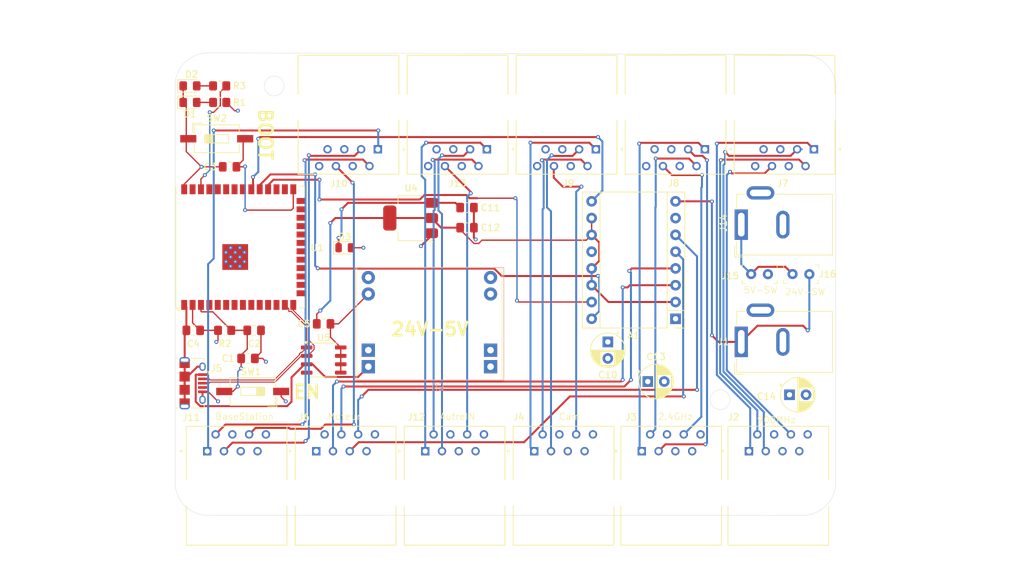
<source format=kicad_pcb>
(kicad_pcb (version 20240108) (generator "pcbnew") (generator_version "8.0")
  (layers (0 "F.Cu" signal) (1 "In1.Cu" power "GND") (2 "In2.Cu" signal) (31 "B.Cu" signal) (34 "B.Paste" user) (35 "F.Paste" user) (36 "B.SilkS" user "B.Silkscreen") (37 "F.SilkS" user "F.Silkscreen") (38 "B.Mask" user) (39 "F.Mask" user) (44 "Edge.Cuts" user))
  (net 0 "")
  (net 1 "GND")
  (net 2 "EN_PB")
  (net 3 "GPIO_0")
  (net 4 "+3.3V")
  (net 5 "+5V")
  (net 6 "+24V")
  (net 7 "Net-(D2-A)")
  (net 8 "Tx+_900")
  (net 9 "Tx-_900")
  (net 10 "Rx+_900")
  (net 11 "Rx-_900")
  (net 12 "Tx+_2.4")
  (net 13 "Tx-_2.4")
  (net 14 "Rx-_2.4")
  (net 15 "Rx+_2.4")
  (net 17 "Net-(J4-Pad6)")
  (net 20 "Net-(J4-Pad2)")
  (net 21 "Net-(J4-Pad3)")
  (net 22 "Net-(J4-Pad1)")
  (net 25 "Net-(J10-Pad1)")
  (net 26 "Net-(J10-Pad3)")
  (net 27 "Net-(J10-Pad2)")
  (net 30 "Net-(J10-Pad6)")
  (net 32 "OUT2A")
  (net 34 "OUT1B")
  (net 38 "OUT1A")
  (net 39 "OUT2B")
  (net 57 "Net-(J12-Pad2)")
  (net 58 "Net-(J12-Pad1)")
  (net 61 "Net-(J12-Pad3)")
  (net 63 "Net-(J12-Pad6)")
  (net 68 "LED_BUILDIN")
  (net 70 "DIRPIN")
  (net 86 "USB_P")
  (net 94 "USB_N")
  (net 100 "STEPPIN")
  (net 103 "Net-(D1-A)")
  (net 105 "Net-(D3-K)")
  (net 106 "Net-(J14-Pad1)")
  (net 107 "ENABLEPIN")
  (footprint "Resistor_SMD:R_0805_2012Metric_Pad1.20x1.40mm_HandSolder" (layer "F.Cu") (at 92.5 72)
    (property "Reference" "R2")
    (property "Value" "10K TBV")
  )
  (footprint "LED_SMD:LED_0805_2012Metric_Pad1.15x1.40mm_HandSolder" (layer "F.Cu") (at 87.25 35)
    (property "Reference" "D2")
    (property "Value" "B")
  )
  (footprint "LED_SMD:LED_0805_2012Metric_Pad1.15x1.40mm_HandSolder" (layer "F.Cu") (at 87.25 37.5)
    (property "Reference" "D1")
    (property "Value" "R")
  )
  (footprint "digikey-footprints:PinHeader_1x2_P2.54mm" (layer "F.Cu") (at 174.73 63.5 180)
    (property "Reference" "J15")
    (property "Value" "M20-9990246")
  )
  (footprint "Package_TO_SOT_SMD:SOT-223-3_TabPin2" (layer "F.Cu") (at 120.65 55 180)
    (property "Reference" "U4")
    (property "Value" "AMS1117-3.3")
  )
  (footprint "Capacitor_SMD:C_0805_2012Metric_Pad1.18x1.45mm_HandSolder" (layer "F.Cu") (at 96.9625 72)
    (property "Reference" "C2")
    (property "Value" "1uF")
  )
  (footprint "54601-908WPLF:AMPHENOL_54601-908WPLF" (layer "F.Cu") (at 144.25 38.25 180)
    (property "Reference" "J9")
    (property "Value" "LANCamera")
  )
  (footprint "Capacitor_SMD:C_0805_2012Metric_Pad1.18x1.45mm_HandSolder" (layer "F.Cu") (at 96.0375 76.25 180)
    (property "Reference" "C1")
    (property "Value" "100nF")
  )
  (footprint "Capacitor_THT:CP_Radial_D5.0mm_P2.50mm" (layer "F.Cu") (at 156.544888 79.75)
    (property "Reference" "C13")
    (property "Value" "100uF")
  )
  (footprint "Resistor_SMD:R_0805_2012Metric_Pad1.20x1.40mm_HandSolder" (layer "F.Cu") (at 91.75 37.5 180)
    (property "Reference" "R1")
    (property "Value" "330")
  )
  (footprint "54601-908WPLF:AMPHENOL_54601-908WPLF" (layer "F.Cu") (at 127.75 38.25 180)
    (property "Reference" "J13")
    (property "Value" "LAN4")
  )
  (footprint "Module:Pololu_Breakout-16_15.2x20.3mm" (layer "F.Cu") (at 160.75 70.25 180)
    (property "Reference" "A1")
    (property "Value" "Pololu_Breakout_A4988")
  )
  (footprint "Capacitor_SMD:C_0805_2012Metric_Pad1.18x1.45mm_HandSolder" (layer "F.Cu") (at 87.75 72 180)
    (property "Reference" "C4")
    (property "Value" "22uF")
  )
  (footprint "54601-908WPLF:AMPHENOL_54601-908WPLF" (layer "F.Cu") (at 160.75 38.25 180)
    (property "Reference" "J8")
    (property "Value" "LAN2.4")
  )
  (footprint "54601-908WPLF:AMPHENOL_54601-908WPLF" (layer "F.Cu") (at 127.305 96.64)
    (property "Reference" "J12")
    (property "Value" "Eth4IN")
  )
  (footprint "Connector_BarrelJack:BarrelJack_GCT_DCJ200-10-A_Horizontal" (layer "F.Cu") (at 170.7 56 90)
    (property "Reference" "J14")
    (property "Value" "Barrel_Jack")
  )
  (footprint "Diode_SMD:D_0805_2012Metric" (layer "F.Cu") (at 110.6875 59.5)
    (property "Reference" "D3")
    (property "Value" "1N4004")
  )
  (footprint "Button_Switch_SMD:SW_DIP_SPSTx01_Slide_6.7x4.1mm_W8.61mm_P2.54mm_LowProfile" (layer "F.Cu") (at 91.305 43)
    (property "Reference" "SW2")
    (property "Value" "TS09-63-25-WT-160-SMT-TR")
  )
  (footprint "Resistor_SMD:R_0805_2012Metric_Pad1.20x1.40mm_HandSolder" (layer "F.Cu") (at 91.75 35)
    (property "Reference" "R3")
    (property "Value" "330")
  )
  (footprint "54601-908WPLF:AMPHENOL_54601-908WPLF" (layer "F.Cu") (at 177.25 38.25 180)
    (property "Reference" "J7")
    (property "Value" "LAN900")
  )
  (footprint "Connector_USB:USB_Micro-B_Amphenol_10118194_Horizontal" (layer "F.Cu") (at 87.75 80 -90)
    (property "Reference" "J11")
    (property "Value" "USB_B_Micro")
  )
  (footprint "Connector_BarrelJack:BarrelJack_GCT_DCJ200-10-A_Horizontal" (layer "F.Cu") (at 170.7 73.75 90)
    (property "Reference" "J1")
    (property "Value" "Barrel_Jack")
  )
  (footprint "Capacitor_SMD:C_0805_2012Metric_Pad1.18x1.45mm_HandSolder" (layer "F.Cu") (at 107.48125 71.01875)
    (property "Reference" "C5")
    (property "Value" "100nF")
  )
  (footprint "RF_Module:ESP32-S3-WROOM-1" (layer "F.Cu") (at 91.64 59.4 90)
    (property "Reference" "U1")
    (property "Value" "ESP32-S3-WROOM-1")
  )
  (footprint "Capacitor_SMD:C_0805_2012Metric_Pad1.18x1.45mm_HandSolder" (layer "F.Cu") (at 129.1875 56.46)
    (property "Reference" "C12")
    (property "Value" "22u")
  )
  (footprint "54601-908WPLF:AMPHENOL_54601-908WPLF" (layer "F.Cu") (at 110.805 96.64)
    (property "Reference" "J6")
    (property "Value" "Moteur")
  )
  (footprint "Package_SO:SO-8_3.9x4.9mm_P1.27mm" (layer "F.Cu") (at 107.5 76.5)
    (property "Reference" "U5")
    (property "Value" "~")
  )
  (footprint "Capacitor_THT:CP_Radial_D5.0mm_P2.50mm" (layer "F.Cu") (at 178 81.75)
    (property "Reference" "C14")
    (property "Value" "100uF")
  )
  (footprint "Capacitor_THT:CP_Radial_D5.0mm_P2.50mm" (layer "F.Cu") (at 150.5 73.75 -90)
    (property "Reference" "C10")
    (property "Value" "100uF")
  )
  (footprint "54601-908WPLF:AMPHENOL_54601-908WPLF" (layer "F.Cu") (at 143.805 96.64)
    (property "Reference" "J4")
    (property "Value" "CameraIN")
  )
  (footprint "54601-908WPLF:AMPHENOL_54601-908WPLF" (layer "F.Cu") (at 94.305 96.64)
    (property "Reference" "J5")
    (property "Value" "BaseStation")
  )
  (footprint "54601-908WPLF:AMPHENOL_54601-908WPLF" (layer "F.Cu") (at 176.305 96.64)
    (property "Reference" "J2")
    (property "Value" "POE900")
  )
  (footprint "Button_Switch_SMD:SW_DIP_SPSTx01_Slide_6.7x4.1mm_W8.61mm_P2.54mm_LowProfile" (layer "F.Cu") (at 96.75 81.25 180)
    (property "Reference" "SW1")
    (property "Value" "TS09-63-25-WT-160-SMT-TR")
  )
  (footprint "54601-908WPLF:AMPHENOL_54601-908WPLF" (layer "F.Cu") (at 111.25 38.25 180)
    (property "Reference" "J10")
    (property "Value" "SwitchOut")
  )
  (footprint "54601-908WPLF:AMPHENOL_54601-908WPLF" (layer "F.Cu") (at 160.089 96.64)
    (property "Reference" "J3")
    (property "Value" "POE2.4")
  )
  (footprint "Capacitor_SMD:C_0805_2012Metric_Pad1.18x1.45mm_HandSolder" (layer "F.Cu") (at 93.25 47.25)
    (property "Reference" "C3")
    (property "Value" "100nF")
  )
  (footprint "Capacitor_SMD:C_0805_2012Metric_Pad1.18x1.45mm_HandSolder" (layer "F.Cu") (at 129.1875 53.42)
    (property "Reference" "C11")
    (property "Value" "10u")
  )
  (footprint "digikey-footprints:PinHeader_1x2_P2.54mm" (layer "F.Cu") (at 181 63.5 180)
    (property "Reference" "J16")
    (property "Value" "M20-9990246")
  )
  (footprint "LucasLibrary:Buck_7V-24V_5V" (layer "B.Cu") (at 114.25 77.5)
    (property "Reference" "U3")
    (property "Value" "MP1584EN-Buck Converter")
  )
  (gr_line (start 112 59.5) (end 113.5 59.5) (stroke (width 0.2)) (layer "F.Cu") (net 5))
  (gr_line (start 112.5 62.5) (end 134.5 62.5) (stroke (width 0.1)) (layer "F.SilkS"))
  (gr_line (start 112.5 79.5) (end 112.5 62.5) (stroke (width 0.1)) (layer "F.SilkS"))
  (gr_line (start 134.5 79.5) (end 112.5 79.5) (stroke (width 0.1)) (layer "F.SilkS"))
  (gr_line (start 134.5 62.5) (end 134.5 79.5) (stroke (width 0.1)) (layer "F.SilkS"))
  (gr_circle (center 100 35) (end 101.5 35) (stroke (width 0.05)) (fill none) (layer "Edge.Cuts"))
  (gr_line (start 180 30.25) (end 90 30) (stroke (width 0.05)) (layer "Edge.Cuts"))
  (gr_circle (center 167.5 82.5) (end 169 82.5) (stroke (width 0.05)) (fill none) (layer "Edge.Cuts"))
  (gr_arc (start 85 35) (mid 86.464466 31.464466) (end 90 30) (stroke (width 0.05)) (layer "Edge.Cuts"))
  (gr_line (start 180 100.008088) (end 90 100) (stroke (width 0.05)) (layer "Edge.Cuts"))
  (gr_line (start 85 95) (end 85 35) (stroke (width 0.05)) (layer "Edge.Cuts"))
  (gr_line (start 185 35.25) (end 185 95.25) (stroke (width 0.05)) (layer "Edge.Cuts"))
  (gr_arc (start 185.000124 95.250007) (mid 183.441402 98.618273) (end 180 100.008088) (stroke (width 0.05)) (layer "Edge.Cuts"))
  (gr_arc (start 90 100) (mid 86.464466 98.535534) (end 85 95) (stroke (width 0.05)) (layer "Edge.Cuts"))
  (gr_arc (start 180 30.25) (mid 183.535534 31.714466) (end 185 35.25) (stroke (width 0.05)) (layer "Edge.Cuts"))
  (gr_text "24V-5V" (at 117.5 73 0) (layer "F.SilkS") (effects (font (size 2 2) (thickness 0.4) (bold yes)) (justify left bottom)))
  (gr_text "5V-SW" (at 171 66.5 0) (layer "F.SilkS") (effects (font (size 1 1) (thickness 0.1)) (justify left bottom)))
  (gr_text "BOOT" (at 97.5 38.25 -90) (layer "F.SilkS") (effects (font (size 2 2) (thickness 0.4) (bold yes)) (justify left bottom)))
  (gr_text "Moteur" (at 108.021 85.64 0) (layer "F.SilkS") (effects (font (size 1 1) (thickness 0.1)) (justify left bottom)))
  (gr_text "BaseStation" (at 91.021 85.64 0) (layer "F.SilkS") (effects (font (size 1 1) (thickness 0.1)) (justify left bottom)))
  (gr_text "AutreIN" (at 125.021 85.64 0) (layer "F.SilkS") (effects (font (size 1 1) (thickness 0.1)) (justify left bottom)))
  (gr_text "900MHz" (at 173.021 86.14 0) (layer "F.SilkS") (effects (font (size 1 1) (thickness 0.1)) (justify left bottom)))
  (gr_text "EN\n" (at 102.75 82.5 0) (layer "F.SilkS") (effects (font (size 2 2) (thickness 0.4) (bold yes)) (justify left bottom)))
  (gr_text "2.4GHz" (at 158.021 85.64 0) (layer "F.SilkS") (effects (font (size 1 1) (thickness 0.1)) (justify left bottom)))
  (gr_text "Cam" (at 143.021 85.64 0) (layer "F.SilkS") (effects (font (size 1 1) (thickness 0.1)) (justify left bottom)))
  (gr_text "24V-SW" (at 177.25 66.75 0) (layer "F.SilkS") (effects (font (size 1 1) (thickness 0.1)) (justify left bottom)))
  (segment (start 110.075 74.595) (end 110.075 78.405) (width 0.2) (layer "F.Cu") (net 1))
  (segment (start 108.51875 71.01875) (end 108.51875 73.03875) (width 0.2) (layer "F.Cu") (net 1))
  (segment (start 86.45 79) (end 86.45 81) (width 0.3) (layer "F.Cu") (net 1))
  (segment (start 86.45 79.425) (end 88.375 77.5) (width 0.3) (layer "F.Cu") (net 1))
  (segment (start 114.25 66.5) (end 109.73125 71.01875) (width 0.2) (layer "F.Cu") (net 1))
  (segment (start 91.475 82.75) (end 91.5 82.75) (width 0.2) (layer "F.Cu") (net 1))
  (segment (start 86.7125 72) (end 86.7125 72.4625) (width 0.3) (layer "F.Cu") (net 1))
  (segment (start 89.15 81.3) (end 90.025 81.3) (width 0.2) (layer "F.Cu") (net 1))
  (segment (start 130.225 56.46) (end 130.225 57.975) (width 0.3) (layer "F.Cu") (net 1))
  (segment (start 86.45 81) (end 86.45 82.9) (width 0.3) (layer "F.Cu") (net 1))
  (segment (start 86.695 44.945) (end 89 47.25) (width 0.2) (layer "F.Cu") (net 1))
  (segment (start 98 75.325) (end 97.075 76.25) (width 0.2) (layer "F.Cu") (net 1))
  (segment (start 123.8 57.3) (end 123.8 57.66) (width 0.3) (layer "F.Cu") (net 1))
  (segment (start 150.5 76.25) (end 150.75 76.25) (width 0.3) (layer "F.Cu") (net 1))
  (segment (start 86.225 35) (end 86.225 37.5) (width 0.2) (layer "F.Cu") (net 1))
  (segment (start 86.695 37.97) (end 86.225 37.5) (width 0.2) (layer "F.Cu") (net 1))
  (segment (start 101.055 82.055) (end 101.75 82.75) (width 0.2) (layer "F.Cu") (net 1))
  (segment (start 86.7125 68.4825) (end 86.38 68.15) (width 0.3) (layer "F.Cu") (net 1))
  (segment (start 86.695 43) (end 86.695 37.97) (width 0.2) (layer "F.Cu") (net 1))
  (segment (start 98 72) (end 98 75.325) (width 0.2) (layer "F.Cu") (net 1))
  (segment (start 88.375 77.5) (end 89.15 77.5) (width 0.3) (layer "F.Cu") (net 1))
  (segment (start 108.51875 73.03875) (end 110.075 74.595) (width 0.2) (layer "F.Cu") (net 1))
  (segment (start 86.45 72.725) (end 86.45 76.5) (width 0.3) (layer "F.Cu") (net 1))
  (segment (start 98.25 76.25) (end 98.75 76.75) (width 0.2) (layer "F.Cu") (net 1))
  (segment (start 86.7125 72) (end 86.7125 68.4825) (width 0.3) (layer "F.Cu") (net 1))
  (segment (start 97.075 76.25) (end 98.25 76.25) (width 0.2) (layer "F.Cu") (net 1))
  (segment (start 101.055 81.25) (end 101.055 82.055) (width 0.2) (layer "F.Cu") (net 1))
  (segment (start 86.45 77.1) (end 86.45 79) (width 0.3) (layer "F.Cu") (net 1))
  (segment (start 130.225 53.42) (end 130.225 56.46) (width 0.3) (layer "F.Cu") (net 1))
  (segment (start 109.73125 71.01875) (end 108.51875 71.01875) (width 0.2) (layer "F.Cu") (net 1))
  (segment (start 130.225 57.975) (end 130.5 58.25) (width 0.3) (layer "F.Cu") (net 1))
  (segment (start 90.025 81.3) (end 91.475 82.75) (width 0.2) (layer "F.Cu") (net 1))
  (segment (start 86.38 49.87) (end 86.38 50.65) (width 0.2) (layer "F.Cu") (net 1))
  (segment (start 89.15 82.5) (end 89.15 81.3) (width 0.3) (layer "F.Cu") (net 1))
  (segment (start 123.8 57.66) (end 122.21 59.25) (width 0.3) (layer "F.Cu") (net 1))
  (segment (start 89 47.25) (end 86.38 49.87) (width 0.2) (layer "F.Cu") (net 1))
  (segment (start 92.2125 47.25) (end 89 47.25) (width 0.2) (layer "F.Cu") (net 1))
  (segment (start 86.7125 72.4625) (end 86.45 72.725) (width 0.3) (layer "F.Cu") (net 1))
  (segment (start 86.695 43) (end 86.695 44.945) (width 0.2) (layer "F.Cu") (net 1))
  (segment (start 86.45 81) (end 86.45 79.425) (width 0.3) (layer "F.Cu") (net 1))
  (via (at 89 47.25) (size 0.6) (drill 0.3) (layers "F.Cu" "B.Cu") (net 1))
  (via (at 130.5 58.25) (size 0.6) (drill 0.3) (layers "F.Cu" "B.Cu") (net 1))
  (via (at 122.21 59.25) (size 0.6) (drill 0.3) (layers "F.Cu" "B.Cu") (net 1))
  (via (at 91.5 82.75) (size 0.6) (drill 0.3) (layers "F.Cu" "B.Cu") (net 1))
  (via (at 98.75 76.75) (size 0.6) (drill 0.3) (layers "F.Cu" "B.Cu") (net 1))
  (via (at 101.75 82.75) (size 0.6) (drill 0.3) (layers "F.Cu" "B.Cu") (net 1))
  (segment (start 95 76.25) (end 95 75.75) (width 0.2) (layer "F.Cu") (net 2))
  (segment (start 92.445 81.25) (end 93.75 81.25) (width 0.2) (layer "F.Cu") (net 2))
  (segment (start 89.02 69.2) (end 88.92 69.1) (width 0.2) (layer "F.Cu") (net 2))
  (segment (start 93.75 81.25) (end 94.5 80.5) (width 0.2) (layer "F.Cu") (net 2))
  (segment (start 93.5 72) (end 90.7 69.2) (width 0.2) (layer "F.Cu") (net 2))
  (segment (start 95 77.75) (end 95 76.25) (width 0.2) (layer "F.Cu") (net 2))
  (segment (start 95.925 74.825) (end 95.925 72) (width 0.2) (layer "F.Cu") (net 2))
  (segment (start 88.92 69.1) (end 88.92 68.15) (width 0.2) (layer "F.Cu") (net 2))
  (segment (start 95.925 72) (end 93.5 72) (width 0.2) (layer "F.Cu") (net 2))
  (segment (start 95 75.75) (end 95.925 74.825) (width 0.2) (layer "F.Cu") (net 2))
  (segment (start 90.7 69.2) (end 89.02 69.2) (width 0.2) (layer "F.Cu") (net 2))
  (via (at 95 77.75) (size 0.6) (drill 0.3) (layers "F.Cu" "B.Cu") (net 2))
  (via (at 94.5 80.5) (size 0.6) (drill 0.3) (layers "F.Cu" "B.Cu") (net 2))
  (segment (start 94.5 78.25) (end 95 77.75) (width 0.2) (layer "B.Cu") (net 2))
  (segment (start 94.5 80.5) (end 94.5 78.25) (width 0.2) (layer "B.Cu") (net 2))
  (segment (start 95.6 53.8) (end 102.6 53.8) (width 0.2) (layer "F.Cu") (net 3))
  (segment (start 95.55 47.25) (end 95.6 47.2) (width 0.2) (layer "F.Cu") (net 3))
  (segment (start 102.6 53.8) (end 102.89 53.51) (width 0.2) (layer "F.Cu") (net 3))
  (segment (start 95.305 46.2325) (end 94.2875 47.25) (width 0.2) (layer "F.Cu") (net 3))
  (segment (start 102.89 53.51) (end 102.89 50.65) (width 0.2) (layer "F.Cu") (net 3))
  (segment (start 94.2875 47.25) (end 95.55 47.25) (width 0.2) (layer "F.Cu") (net 3))
  (segment (start 95.305 43) (end 95.305 46.2325) (width 0.2) (layer "F.Cu") (net 3))
  (segment (start 102.89 50.12) (end 102.89 50.65) (width 0.2) (layer "F.Cu") (net 3))
  (via (at 95.6 47.2) (size 0.6) (drill 0.3) (layers "F.Cu" "B.Cu") (net 3))
  (via (at 95.6 53.8) (size 0.6) (drill 0.3) (layers "F.Cu" "B.Cu") (net 3))
  (segment (start 95.6 47.2) (end 95.6 52.8) (width 0.2) (layer "B.Cu") (net 3))
  (segment (start 95.6 52.8) (end 95.6 53.8) (width 0.2) (layer "B.Cu") (net 3))
  (segment (start 88.7875 72) (end 87.65 70.8625) (width 0.2) (layer "F.Cu") (net 4))
  (segment (start 148.05 57.55) (end 147.250001 58.349999) (width 0.2) (layer "F.Cu") (net 4))
  (segment (start 106.44375 71.01875) (end 106.44375 69.55625) (width 0.2) (layer "F.Cu") (net 4))
  (segment (start 91.5 72) (end 88.7875 72) (width 0.2) (layer "F.Cu") (net 4))
  (segment (start 147.250001 58.349999) (end 131.448528 58.349999) (width 0.2) (layer "F.Cu") (net 4))
  (segment (start 92.75 37.5) (end 94 38.75) (width 0.2) (layer "F.Cu") (net 4))
  (segment (start 91.5 73.5) (end 91.25 73.75) (width 0.2) (layer "F.Cu") (net 4))
  (segment (start 149.2 61.48) (end 149.2 58.7) (width 0.3) (layer "F.Cu") (net 4))
  (segment (start 160.75 67.71) (end 150.59 67.71) (width 0.3) (layer "F.Cu") (net 4))
  (segment (start 128.15 56.748529) (end 128.15 56.46) (width 0.2) (layer "F.Cu") (net 4))
  (segment (start 148.05 55.01) (end 148.05 57.55) (width 0.2) (layer "F.Cu") (net 4))
  (segment (start 125.26 56.46) (end 123.8 55) (width 0.3) (layer "F.Cu") (net 4))
  (segment (start 91.5 72) (end 91.5 73.5) (width 0.2) (layer "F.Cu") (net 4))
  (segment (start 106.44375 69.55625) (end 106.98125 69.01875) (width 0.2) (layer "F.Cu") (net 4))
  (segment (start 130.948527 58.85) (end 130.251471 58.85) (width 0.2) (layer "F.Cu") (net 4))
  (segment (start 117.5 55) (end 123.8 55) (width 0.3) (layer "F.Cu") (net 4))
  (segment (start 87.65 70.8625) (end 87.65 68.15) (width 0.2) (layer "F.Cu") (net 4))
  (segment (start 94 38.75) (end 94.5 38.75) (width 0.2) (layer "F.Cu") (net 4))
  (segment (start 148.05 62.63) (end 149.2 61.48) (width 0.3) (layer "F.Cu") (net 4))
  (segment (start 130.251471 58.85) (end 128.15 56.748529) (width 0.2) (layer "F.Cu") (net 4))
  (segment (start 109.25 55) (end 108.5 55.75) (width 0.3) (layer "F.Cu") (net 4))
  (segment (start 131.448528 58.349999) (end 130.948527 58.85) (width 0.2) (layer "F.Cu") (net 4))
  (segment (start 150.59 67.71) (end 148.05 65.17) (width 0.3) (layer "F.Cu") (net 4))
  (segment (start 149.2 58.7) (end 148.05 57.55) (width 0.3) (layer "F.Cu") (net 4))
  (segment (start 114.575 55) (end 109.25 55) (width 0.3) (layer "F.Cu") (net 4))
  (segment (start 128.15 56.46) (end 125.26 56.46) (width 0.3) (layer "F.Cu") (net 4))
  (segment (start 117.5 55) (end 114.575 55) (width 0.3) (layer "F.Cu") (net 4))
  (via (at 91.25 73.75) (size 0.6) (drill 0.3) (layers "F.Cu" "B.Cu") (net 4))
  (via (at 106.98125 69.01875) (size 0.6) (drill 0.3) (layers "F.Cu" "B.Cu") (net 4))
  (via (at 108.5 55.75) (size 0.6) (drill 0.3) (layers "F.Cu" "B.Cu") (net 4))
  (via (at 94.5 38.75) (size 0.6) (drill 0.3) (layers "F.Cu" "B.Cu") (net 4))
  (segment (start 108.5 67.5) (end 106.98125 69.01875) (width 0.3) (layer "B.Cu") (net 4))
  (segment (start 148.05 62.63) (end 148.05 65.17) (width 0.3) (layer "B.Cu") (net 4))
  (segment (start 108.5 55.75) (end 108.5 67.5) (width 0.3) (layer "B.Cu") (net 4))
  (segment (start 88.125 82.791726) (end 88.125 78.75) (width 0.3) (layer "F.Cu") (net 5))
  (segment (start 104.925 77.135) (end 105.799999 77.135) (width 0.3) (layer "F.Cu") (net 5))
  (segment (start 107.719999 79.055) (end 112.695 79.055) (width 0.3) (layer "F.Cu") (net 5))
  (segment (start 102.625 82.794239) (end 101.944239 83.475) (width 0.3) (layer "F.Cu") (net 5))
  (segment (start 104.925 77.135) (end 104.608738 77.135) (width 0.3) (layer "F.Cu") (net 5))
  (segment (start 105.799999 77.135) (end 107.719999 79.055) (width 0.3) (layer "F.Cu") (net 5))
  (segment (start 112.695 79.055) (end 114.25 77.5) (width 0.3) (layer "F.Cu") (net 5))
  (segment (start 88.175 78.7) (end 89.15 78.7) (width 0.3) (layer "F.Cu") (net 5))
  (segment (start 88.125 78.75) (end 88.175 78.7) (width 0.3) (layer "F.Cu") (net 5))
  (segment (start 102.625 79.118738) (end 102.625 82.794239) (width 0.3) (layer "F.Cu") (net 5))
  (segment (start 114.25 75) (end 114.25 74.9) (width 0.3) (layer "F.Cu") (net 5))
  (segment (start 104.608738 77.135) (end 102.625 79.118738) (width 0.3) (layer "F.Cu") (net 5))
  (segment (start 88.808274 83.475) (end 88.125 82.791726) (width 0.3) (layer "F.Cu") (net 5))
  (segment (start 101.944239 83.475) (end 88.808274 83.475) (width 0.3) (layer "F.Cu") (net 5))
  (segment (start 112 59.5) (end 111.4375 59.5) (width 0.2) (layer "F.Cu") (net 5))
  (via (at 113.5 59.5) (size 0.6) (drill 0.3) (layers "F.Cu" "B.Cu") (net 5))
  (segment (start 167.25 73.75) (end 170.7 73.75) (width 0.3) (layer "F.Cu") (net 6))
  (segment (start 180.75 72) (end 180.05 71.3) (width 0.3) (layer "F.Cu") (net 6))
  (segment (start 180.05 71.3) (end 173.15 71.3) (width 0.3) (layer "F.Cu") (net 6))
  (segment (start 166.22 52.47) (end 166.25 52.5) (width 0.3) (layer "F.Cu") (net 6))
  (segment (start 166.25 72.75) (end 167.25 73.75) (width 0.3) (layer "F.Cu") (net 6))
  (segment (start 160.75 52.47) (end 166.22 52.47) (width 0.3) (layer "F.Cu") (net 6))
  (segment (start 173.15 71.3) (end 170.7 73.75) (width 0.3) (layer "F.Cu") (net 6))
  (segment (start 132.75 75) (end 133.5 75) (width 0.3) (layer "F.Cu") (net 6))
  (segment (start 181 63.5) (end 180.978157 63.5) (width 0.3) (layer "F.Cu") (net 6))
  (via (at 166.25 72.75) (size 0.6) (drill 0.3) (layers "F.Cu" "B.Cu") (net 6))
  (via (at 180.75 72) (size 0.6) (drill 0.3) (layers "F.Cu" "B.Cu") (net 6))
  (via (at 166.25 52.5) (size 0.6) (drill 0.3) (layers "F.Cu" "B.Cu") (net 6))
  (segment (start 181 63.5) (end 181 71.75) (width 0.3) (layer "B.Cu") (net 6))
  (segment (start 181 71.75) (end 180.75 72) (width 0.3) (layer "B.Cu") (net 6))
  (segment (start 166.25 52.5) (end 166.25 72.75) (width 0.3) (layer "B.Cu") (net 6))
  (segment (start 90.75 35) (end 88.275 35) (width 0.2) (layer "F.Cu") (net 7))
  (segment (start 167.134 43.616) (end 180.711 43.616) (width 0.3) (layer "F.Cu") (net 8))
  (segment (start 167 43.75) (end 167.134 43.616) (width 0.3) (layer "F.Cu") (net 8))
  (segment (start 180.711 43.616) (end 181.695 44.6) (width 0.3) (layer "F.Cu") (net 8))
  (via (at 167 43.75) (size 0.6) (drill 0.3) (layers "F.Cu" "B.Cu") (net 8))
  (segment (start 172.05 90.1) (end 172.05 83.8) (width 0.3) (layer "B.Cu") (net 8))
  (segment (start 172.05 83.8) (end 167 78.75) (width 0.3) (layer "B.Cu") (net 8))
  (segment (start 171.86 90.29) (end 172.05 90.1) (width 0.3) (layer "B.Cu") (net 8))
  (segment (start 167 78.75) (end 167 43.75) (width 0.3) (layer "B.Cu") (net 8))
  (segment (start 167.6024 46.25) (end 167.6964 46.156) (width 0.3) (layer "F.Cu") (net 9))
  (segment (start 179.441 46.156) (end 180.425 47.14) (width 0.3) (layer "F.Cu") (net 9))
  (segment (start 167.6964 46.156) (end 179.441 46.156) (width 0.3) (layer "F.Cu") (net 9))
  (via (at 167.6024 46.25) (size 0.6) (drill 0.3) (layers "F.Cu" "B.Cu") (net 9))
  (segment (start 167.5 46.3524) (end 167.6024 46.25) (width 0.3) (layer "B.Cu") (net 9))
  (segment (start 173.13 84.13) (end 167.5 78.5) (width 0.3) (layer "B.Cu") (net 9))
  (segment (start 173.13 87.75) (end 173.13 84.13) (width 0.3) (layer "B.Cu") (net 9))
  (segment (start 167.5 78.5) (end 167.5 46.3524) (width 0.3) (layer "B.Cu") (net 9))
  (segment (start 168.834 45.584) (end 178.171 45.584) (width 0.3) (layer "F.Cu") (net 10))
  (segment (start 168.25 45) (end 168.834 45.584) (width 0.3) (layer "F.Cu") (net 10))
  (segment (start 178.171 45.584) (end 179.155 44.6) (width 0.3) (layer "F.Cu") (net 10))
  (via (at 168.25 45) (size 0.6) (drill 0.3) (layers "F.Cu" "B.Cu") (net 10))
  (segment (start 168 47) (end 168.2524 46.7476) (width 0.3) (layer "B.Cu") (net 10))
  (segment (start 168 78.25) (end 168 47) (width 0.3) (layer "B.Cu") (net 10))
  (segment (start 168.2524 46.7476) (end 168.2524 45.0024) (width 0.3) (layer "B.Cu") (net 10))
  (segment (start 174.114 90.576) (end 174.114 84.364) (width 0.3) (layer "B.Cu") (net 10))
  (segment (start 179.85 44.6) (end 179.155 44.6) (width 0.3) (layer "B.Cu") (net 10))
  (segment (start 168.2524 45.0024) (end 168.25 45) (width 0.3) (layer "B.Cu") (net 10))
  (segment (start 174.114 84.364) (end 168 78.25) (width 0.3) (layer "B.Cu") (net 10))
  (segment (start 174.235 48.25) (end 175.345 47.14) (width 0.3) (layer "F.Cu") (net 11))
  (segment (start 169.25 48.25) (end 174.235 48.25) (width 0.3) (layer "F.Cu") (net 11))
  (segment (start 169 48) (end 169.25 48.25) (width 0.3) (layer "F.Cu") (net 11))
  (via (at 169 48) (size 0.6) (drill 0.3) (layers "F.Cu" "B.Cu") (net 11))
  (segment (start 168.5 77.75) (end 168.5 48.5) (width 0.3) (layer "B.Cu") (net 11))
  (segment (start 168.5 78.04) (end 168.5 77.75) (width 0.3) (layer "B.Cu") (net 11))
  (segment (start 168.5 48.5) (end 169 48) (width 0.3) (layer "B.Cu") (net 11))
  (segment (start 178.21 87.75) (end 168.5 78.04) (width 0.3) (layer "B.Cu") (net 11))
  (segment (start 155.384 43.616) (end 164.211 43.616) (width 0.3) (layer "F.Cu") (net 12))
  (segment (start 155.25 43.75) (end 155.384 43.616) (width 0.3) (layer "F.Cu") (net 12))
  (segment (start 164.211 43.616) (end 165.195 44.6) (width 0.3) (layer "F.Cu") (net 12))
  (via (at 155.25 43.75) (size 0.6) (drill 0.3) (layers "F.Cu" "B.Cu") (net 12))
  (segment (start 155.3125 45.470913) (end 155.3125 89.9585) (width 0.3) (layer "B.Cu") (net 12))
  (segment (start 155.3125 43.8125) (end 155.25 43.75) (width 0.3) (layer "B.Cu") (net 12))
  (segment (start 155.3125 89.9585) (end 155.644 90.29) (width 0.3) (layer "B.Cu") (net 12))
  (segment (start 155.3125 45.470913) (end 155.3125 43.8125) (width 0.3) (layer "B.Cu") (net 12))
  (segment (start 157.75 46) (end 162.785 46) (width 0.3) (layer "F.Cu") (net 13))
  (segment (start 162.785 46) (end 163.925 47.14) (width 0.3) (layer "F.Cu") (net 13))
  (via (at 157.75 46) (size 0.6) (drill 0.3) (layers "F.Cu" "B.Cu") (net 13))
  (segment (start 157.694888 53.370112) (end 157.694888 86.969112) (width 0.3) (layer "B.Cu") (net 13))
  (segment (start 157.75 53.315) (end 157.75 46) (width 0.3) (layer "B.Cu") (net 13))
  (segment (start 157.694888 53.370112) (end 157.75 53.315) (width 0.3) (layer "B.Cu") (net 13))
  (segment (start 157.694888 86.969112) (end 156.914 87.75) (width 0.3) (layer "B.Cu") (net 13))
  (segment (start 164.75 48.5) (end 160.205 48.5) (width 0.3) (layer "F.Cu") (net 14))
  (segment (start 160.205 48.5) (end 158.845 47.14) (width 0.3) (layer "F.Cu") (net 14))
  (via (at 164.75 48.5) (size 0.6) (drill 0.3) (layers "F.Cu" "B.Cu") (net 14))
  (segment (start 164.65 50.4) (end 164.65 85.094) (width 0.3) (layer "B.Cu") (net 14))
  (segment (start 164.65 50.4) (end 164.75 50.3) (width 0.3) (layer "B.Cu") (net 14))
  (segment (start 161.994 87.75) (end 164.372 85.372) (width 0.3) (layer "B.Cu") (net 14))
  (segment (start 164.65 85.094) (end 164.372 85.372) (width 0.3) (layer "B.Cu") (net 14))
  (segment (start 164.75 50.3) (end 164.75 48.5) (width 0.3) (layer "B.Cu") (net 14))
  (segment (start 164.834 45.584) (end 163.639 45.584) (width 0.3) (layer "F.Cu") (net 15))
  (segment (start 165.25 89.25) (end 159.224 89.25) (width 0.3) (layer "F.Cu") (net 15))
  (segment (start 163.639 45.584) (end 162.655 44.6) (width 0.3) (layer "F.Cu") (net 15))
  (segment (start 165.5 46.25) (end 164.834 45.584) (width 0.3) (layer "F.Cu") (net 15))
  (segment (start 159.224 89.25) (end 158.184 90.29) (width 0.3) (layer "F.Cu") (net 15))
  (via (at 165.25 89.25) (size 0.6) (drill 0.3) (layers "F.Cu" "B.Cu") (net 15))
  (via (at 165.5 46.25) (size 0.6) (drill 0.3) (layers "F.Cu" "B.Cu") (net 15))
  (segment (start 158.184 90.29) (end 158.194888 90.279112) (width 0.3) (layer "B.Cu") (net 15))
  (segment (start 165.518 88.982) (end 165.25 89.25) (width 0.3) (layer "B.Cu") (net 15))
  (segment (start 165.518 46.268) (end 165.5 46.25) (width 0.3) (layer "B.Cu") (net 15))
  (segment (start 165.518 48.156587) (end 165.518 46.268) (width 0.3) (layer "B.Cu") (net 15))
  (segment (start 165.518 48.156587) (end 165.518 88.982) (width 0.3) (layer "B.Cu") (net 15))
  (segment (start 162.776587 44.6) (end 162.655 44.6) (width 0.3) (layer "B.Cu") (net 15))
  (segment (start 143.670913 50.25) (end 142.3175 48.896587) (width 0.3) (layer "F.Cu") (net 17))
  (segment (start 146.5 50.25) (end 143.670913 50.25) (width 0.3) (layer "F.Cu") (net 17))
  (segment (start 142.3175 48.896587) (end 142.3175 46.91) (width 0.3) (layer "F.Cu") (net 17))
  (via (at 146.5 50.25) (size 0.6) (drill 0.3) (layers "F.Cu" "B.Cu") (net 17))
  (segment (start 145.71 87.75) (end 145.71 51.04) (width 0.3) (layer "B.Cu") (net 17))
  (segment (start 145.71 51.04) (end 146.5 50.25) (width 0.3) (layer "B.Cu") (net 17))
  (segment (start 140.515588 46.256243) (end 140.615831 46.156) (width 0.3) (layer "F.Cu") (net 20))
  (segment (start 146.441 46.156) (end 147.425 47.14) (width 0.3) (layer "F.Cu") (net 20))
  (segment (start 140.615831 46.156) (end 146.441 46.156) (width 0.3) (layer "F.Cu") (net 20))
  (via (at 140.515588 46.256243) (size 0.6) (drill 0.3) (layers "F.Cu" "B.Cu") (net 20))
  (segment (start 140.789 53.5185) (end 140.789 46.529655) (width 0.3) (layer "B.Cu") (net 20))
  (segment (start 140.63 53.6775) (end 140.789 53.5185) (width 0.3) (layer "B.Cu") (net 20))
  (segment (start 140.63 87.75) (end 140.63 53.6775) (width 0.3) (layer "B.Cu") (net 20))
  (segment (start 140.789 46.529655) (end 140.515588 46.256243) (width 0.3) (layer "B.Cu") (net 20))
  (segment (start 142.094 45.6) (end 145.155 45.6) (width 0.3) (layer "F.Cu") (net 21))
  (segment (start 142 45.506) (end 142.094 45.6) (width 0.3) (layer "F.Cu") (net 21))
  (segment (start 145.155 45.6) (end 146.155 44.6) (width 0.3) (layer "F.Cu") (net 21))
  (via (at 142 45.506) (size 0.6) (drill 0.3) (layers "F.Cu" "B.Cu") (net 21))
  (segment (start 141.289 53.389) (end 141.289 46.217) (width 0.3) (layer "B.Cu") (net 21))
  (segment (start 141.289 46.217) (end 142 45.506) (width 0.3) (layer "B.Cu") (net 21))
  (segment (start 146.1275 44.37) (end 146.62 44.37) (width 0.3) (layer "B.Cu") (net 21))
  (segment (start 141.9 90.29) (end 141.9 54) (width 0.3) (layer "B.Cu") (net 21))
  (segment (start 141.9 54) (end 141.289 53.389) (width 0.3) (layer "B.Cu") (net 21))
  (segment (start 147.695 43.6) (end 148.695 44.6) (width 0.3) (layer "F.Cu") (net 22))
  (segment (start 138.8 43.6) (end 147.695 43.6) (width 0.3) (layer "F.Cu") (net 22))
  (via (at 138.8 43.6) (size 0.6) (drill 0.3) (layers "F.Cu" "B.Cu") (net 22))
  (segment (start 138.7935 43.6065) (end 138.8 43.6) (width 0.3) (layer "B.Cu") (net 22))
  (segment (start 138.7935 45.232413) (end 138.7935 43.6065) (width 0.3) (layer "B.Cu") (net 22))
  (segment (start 138.7935 89.7235) (end 138.7935 45.232413) (width 0.3) (layer "B.Cu") (net 22))
  (segment (start 139.36 90.29) (end 138.7935 89.7235) (width 0.3) (layer "B.Cu") (net 22))
  (segment (start 115.75 44.545) (end 115.695 44.6) (width 0.3) (layer "F.Cu") (net 25))
  (segment (start 90.85 41.75) (end 115.75 41.75) (width 0.3) (layer "F.Cu") (net 25))
  (via (at 90.85 41.75) (size 0.6) (drill 0.3) (layers "F.Cu" "B.Cu") (net 25))
  (via (at 115.75 41.75) (size 0.6) (drill 0.3) (layers "F.Cu" "B.Cu") (net 25))
  (segment (start 115.75 44.545) (end 115.695 44.6) (width 0.3) (layer "B.Cu") (net 25))
  (segment (start 90.85 61.130761) (end 90.85 41.75) (width 0.3) (layer "B.Cu") (net 25))
  (segment (start 89.86 90.29) (end 90 90.15) (width 0.3) (layer "B.Cu") (net 25))
  (segment (start 90 90.15) (end 90 61.980761) (width 0.3) (layer "B.Cu") (net 25))
  (segment (start 90 61.980761) (end 90.85 61.130761) (width 0.3) (layer "B.Cu") (net 25))
  (segment (start 115.75 41.75) (end 115.75 44.545) (width 0.3) (layer "B.Cu") (net 25))
  (segment (start 105.334 45.584) (end 112.171 45.584) (width 0.3) (layer "F.Cu") (net 26))
  (segment (start 104.5 89) (end 93.69 89) (width 0.3) (layer "F.Cu") (net 26))
  (segment (start 93.69 89) (end 92.4 90.29) (width 0.3) (layer "F.Cu") (net 26))
  (segment (start 105.25 45.5) (end 105.334 45.584) (width 0.3) (layer "F.Cu") (net 26))
  (segment (start 104.75 88.75) (end 104.5 89) (width 0.3) (layer "F.Cu") (net 26))
  (segment (start 112.171 45.584) (end 113.155 44.6) (width 0.3) (layer "F.Cu") (net 26))
  (via (at 105.25 45.5) (size 0.6) (drill 0.3) (layers "F.Cu" "B.Cu") (net 26))
  (via (at 104.75 88.75) (size 0.6) (drill 0.3) (layers "F.Cu" "B.Cu") (net 26))
  (segment (start 105.25 88.25) (end 104.75 88.75) (width 0.3) (layer "B.Cu") (net 26))
  (segment (start 105.25 74.337107) (end 105.25 88.25) (width 0.3) (layer "B.Cu") (net 26))
  (segment (start 113.276587 44.6) (end 113.155 44.6) (width 0.3) (layer "B.Cu") (net 26))
  (segment (start 105.25 57.706587) (end 105.25 45.5) (width 0.3) (layer "B.Cu") (net 26))
  (segment (start 105.25 74.337107) (end 105.25 57.706587) (width 0.3) (layer "B.Cu") (net 26))
  (segment (start 92.63 86.25) (end 91.13 87.75) (width 0.3) (layer "F.Cu") (net 27))
  (segment (start 104.694 46.156) (end 113.441 46.156) (width 0.3) (layer "F.Cu") (net 27))
  (segment (start 113.441 46.156) (end 114.425 47.14) (width 0.3) (layer "F.Cu") (net 27))
  (segment (start 104.25 86.25) (end 92.63 86.25) (width 0.3) (layer "F.Cu") (net 27))
  (segment (start 104.6 46.25) (end 104.694 46.156) (width 0.3) (layer "F.Cu") (net 27))
  (via (at 104.25 86.25) (size 0.6) (drill 0.3) (layers "F.Cu" "B.Cu") (net 27))
  (via (at 104.6 46.25) (size 0.6) (drill 0.3) (layers "F.Cu" "B.Cu") (net 27))
  (segment (start 104.75 46.4) (end 104.6 46.25) (width 0.3) (layer "B.Cu") (net 27))
  (segment (start 104.75 56.815) (end 104.75 46.4) (width 0.3) (layer "B.Cu") (net 27))
  (segment (start 104.75 74.13) (end 104.75 85.75) (width 0.3) (layer "B.Cu") (net 27))
  (segment (start 104.75 85.75) (end 104.25 86.25) (width 0.3) (layer "B.Cu") (net 27))
  (segment (start 104.75 74.13) (end 104.75 56.815) (width 0.3) (layer "B.Cu") (net 27))
  (segment (start 107.738413 86.25) (end 112.06 86.25) (width 0.3) (layer "F.Cu") (net 30))
  (segment (start 96.21 87.75) (end 97.194 86.766) (width 0.3) (layer "F.Cu") (net 30))
  (segment (start 107.088413 86.9) (end 107.738413 86.25) (width 0.3) (layer "F.Cu") (net 30))
  (segment (start 102.4 86.9) (end 107.088413 86.9) (width 0.3) (layer "F.Cu") (net 30))
  (segment (start 102.266 86.766) (end 102.4 86.9) (width 0.3) (layer "F.Cu") (net 30))
  (segment (start 111.8525 49.6475) (end 109.345 47.14) (width 0.3) (layer "F.Cu") (net 30))
  (segment (start 97.194 86.766) (end 102.266 86.766) (width 0.3) (layer "F.Cu") (net 30))
  (via (at 112.06 86.25) (size 0.6) (drill 0.3) (layers "F.Cu" "B.Cu") (net 30))
  (via (at 111.8525 49.6475) (size 0.6) (drill 0.3) (layers "F.Cu" "B.Cu") (net 30))
  (segment (start 112.06 49.855) (end 111.8525 49.6475) (width 0.3) (layer "B.Cu") (net 30))
  (segment (start 112.06 86.25) (end 112.06 49.855) (width 0.3) (layer "B.Cu") (net 30))
  (segment (start 112.797389 88.932611) (end 137.817389 88.932611) (width 0.3) (layer "F.Cu") (net 32))
  (segment (start 144.75 82) (end 144.5 82.25) (width 0.3) (layer "F.Cu") (net 32))
  (segment (start 162 82) (end 144.75 82) (width 0.3) (layer "F.Cu") (net 32))
  (segment (start 111.44 90.29) (end 112.797389 88.932611) (width 0.3) (layer "F.Cu") (net 32))
  (segment (start 137.817389 88.932611) (end 144.5 82.25) (width 0.3) (layer "F.Cu") (net 32))
  (via (at 162 82) (size 0.6) (drill 0.3) (layers "F.Cu" "B.Cu") (net 32))
  (segment (start 160.75 60.09) (end 161.9 61.24) (width 0.3) (layer "B.Cu") (net 32))
  (segment (start 161.9 81.9) (end 162 82) (width 0.3) (layer "B.Cu") (net 32))
  (segment (start 161.9 61.24) (end 161.9 81.9) (width 0.3) (layer "B.Cu") (net 32))
  (segment (start 154.12 62.63) (end 160.75 62.63) (width 0.3) (layer "F.Cu") (net 34))
  (segment (start 153.75 63) (end 154.12 62.63) (width 0.3) (layer "F.Cu") (net 34))
  (segment (start 110.5 80.5) (end 153 80.5) (width 0.3) (layer "F.Cu") (net 34))
  (segment (start 153 80.5) (end 154 79.5) (width 0.3) (layer "F.Cu") (net 34))
  (via (at 154 79.5) (size 0.6) (drill 0.3) (layers "F.Cu" "B.Cu") (net 34))
  (via (at 110.5 80.5) (size 0.6) (drill 0.3) (layers "F.Cu" "B.Cu") (net 34))
  (via (at 153.75 63) (size 0.6) (drill 0.3) (layers "F.Cu" "B.Cu") (net 34))
  (segment (start 154 63.25) (end 153.75 63) (width 0.3) (layer "B.Cu") (net 34))
  (segment (start 154 79.5) (end 154 63.25) (width 0.3) (layer "B.Cu") (net 34))
  (segment (start 110.17 87.75) (end 110.17 80.83) (width 0.3) (layer "B.Cu") (net 34))
  (segment (start 110.17 80.83) (end 110.5 80.5) (width 0.3) (layer "B.Cu") (net 34))
  (segment (start 110.17 87.75) (end 110.669239 87.75) (width 0.3) (layer "B.Cu") (net 34))
  (segment (start 152.75 65.5) (end 153.5 65.5) (width 0.3) (layer "F.Cu") (net 38))
  (segment (start 152.5 79.75) (end 152.75 79.5) (width 0.3) (layer "F.Cu") (net 38))
  (segment (start 153.5 65.5) (end 153.83 65.17) (width 0.3) (layer "F.Cu") (net 38))
  (segment (start 109.5 79.75) (end 152.5 79.75) (width 0.3) (layer "F.Cu") (net 38))
  (segment (start 153.83 65.17) (end 160.75 65.17) (width 0.3) (layer "F.Cu") (net 38))
  (via (at 152.75 79.5) (size 0.6) (drill 0.3) (layers "F.Cu" "B.Cu") (net 38))
  (via (at 152.75 65.5) (size 0.6) (drill 0.3) (layers "F.Cu" "B.Cu") (net 38))
  (via (at 109.5 79.75) (size 0.6) (drill 0.3) (layers "F.Cu" "B.Cu") (net 38))
  (segment (start 108.9 80.35) (end 109.5 79.75) (width 0.3) (layer "B.Cu") (net 38))
  (segment (start 108.9 87.65) (end 108.9 80.35) (width 0.3) (layer "B.Cu") (net 38))
  (segment (start 108.9 90.29) (end 108.9 87.65) (width 0.3) (layer "B.Cu") (net 38))
  (segment (start 152.75 79.5) (end 152.75 65.5) (width 0.3) (layer "B.Cu") (net 38))
  (segment (start 113.25 82) (end 114.25 81) (width 0.3) (layer "F.Cu") (net 39))
  (segment (start 114.25 81) (end 164 81) (width 0.3) (layer "F.Cu") (net 39))
  (via (at 164 81) (size 0.6) (drill 0.3) (layers "F.Cu" "B.Cu") (net 39))
  (via (at 113.25 82) (size 0.6) (drill 0.3) (layers "F.Cu" "B.Cu") (net 39))
  (segment (start 160.75 57.55) (end 164 60.8) (width 0.3) (layer "B.Cu") (net 39))
  (segment (start 112.71 87.75) (end 112.71 82.54) (width 0.3) (layer "B.Cu") (net 39))
  (segment (start 112.71 82.54) (end 113.25 82) (width 0.3) (layer "B.Cu") (net 39))
  (segment (start 164 60.8) (end 164 81) (width 0.3) (layer "B.Cu") (net 39))
  (segment (start 124.044 46.156) (end 129.941 46.156) (width 0.3) (layer "F.Cu") (net 57))
  (segment (start 124 46.2) (end 124.044 46.156) (width 0.3) (layer "F.Cu") (net 57))
  (segment (start 129.941 46.156) (end 130.925 47.14) (width 0.3) (layer "F.Cu") (net 57))
  (via (at 124 46.2) (size 0.6) (drill 0.3) (layers "F.Cu" "B.Cu") (net 57))
  (segment (start 124.13 87.75) (end 124.13 53.935) (width 0.3) (layer "B.Cu") (net 57))
  (segment (start 124.289 46.489) (end 124 46.2) (width 0.3) (layer "B.Cu") (net 57))
  (segment (start 124.13 53.935) (end 124.289 53.776) (width 0.3) (layer "B.Cu") (net 57))
  (segment (start 124.289 53.776) (end 124.289 46.489) (width 0.3) (layer "B.Cu") (net 57))
  (segment (start 123 43.6) (end 131.195 43.6) (width 0.3) (layer "F.Cu") (net 58))
  (segment (start 131.195 43.6) (end 132.195 44.6) (width 0.3) (layer "F.Cu") (net 58))
  (via (at 123 43.6) (size 0.6) (drill 0.3) (layers "F.Cu" "B.Cu") (net 58))
  (segment (start 122.86 90.29) (end 122.86 49.2) (width 0.3) (layer "B.Cu") (net 58))
  (segment (start 122.86 49.2) (end 122.321 48.661) (width 0.3) (layer "B.Cu") (net 58))
  (segment (start 122.321 44.279) (end 123 43.6) (width 0.3) (layer "B.Cu") (net 58))
  (segment (start 122.321 48.661) (end 122.321 44.279) (width 0.3) (layer "B.Cu") (net 58))
  (segment (start 128.671 45.584) (end 129.655 44.6) (width 0.3) (layer "F.Cu") (net 61))
  (segment (start 125.4 45.506) (end 125.478 45.584) (width 0.3) (layer "F.Cu") (net 61))
  (segment (start 125.478 45.584) (end 128.671 45.584) (width 0.3) (layer "F.Cu") (net 61))
  (via (at 125.4 45.506) (size 0.6) (drill 0.3) (layers "F.Cu" "B.Cu") (net 61))
  (segment (start 124.861 46.045) (end 125.4 45.506) (width 0.3) (layer "B.Cu") (net 61))
  (segment (start 124.861 53.861) (end 124.861 46.045) (width 0.3) (layer "B.Cu") (net 61))
  (segment (start 125.4 90.29) (end 125.4 54.4) (width 0.3) (layer "B.Cu") (net 61))
  (segment (start 125.4 54.4) (end 124.861 53.861) (width 0.3) (layer "B.Cu") (net 61))
  (segment (start 129.776587 44.6) (end 129.655 44.6) (width 0.3) (layer "B.Cu") (net 61))
  (segment (start 129.75 51.25) (end 129.75 51.045) (width 0.3) (layer "F.Cu") (net 63))
  (segment (start 129.75 51.045) (end 125.845 47.14) (width 0.3) (layer "F.Cu") (net 63))
  (via (at 129.75 51.25) (size 0.6) (drill 0.3) (layers "F.Cu" "B.Cu") (net 63))
  (segment (start 129.21 51.79) (end 129.75 51.25) (width 0.3) (layer "B.Cu") (net 63))
  (segment (start 129.21 87.75) (end 129.21 51.79) (width 0.3) (layer "B.Cu") (net 63))
  (segment (start 89.5 48.5) (end 88.92 49.08) (width 0.2) (layer "F.Cu") (net 68))
  (segment (start 91.85 37.984744) (end 90.834744 39) (width 0.2) (layer "F.Cu") (net 68))
  (segment (start 92.75 35) (end 91.85 35.9) (width 0.2) (layer "F.Cu") (net 68))
  (segment (start 88.92 49.08) (end 88.92 50.65) (width 0.2) (layer "F.Cu") (net 68))
  (segment (start 90.834744 39) (end 90.25 39) (width 0.2) (layer "F.Cu") (net 68))
  (segment (start 91.85 35.9) (end 91.85 37.984744) (width 0.2) (layer "F.Cu") (net 68))
  (via (at 90.25 39) (size 0.6) (drill 0.3) (layers "F.Cu" "B.Cu") (net 68))
  (via (at 89.5 48.5) (size 0.6) (drill 0.3) (layers "F.Cu" "B.Cu") (net 68))
  (segment (start 90.25 39) (end 90.25 47.75) (width 0.2) (layer "B.Cu") (net 68))
  (segment (start 90.25 47.75) (end 89.5 48.5) (width 0.2) (layer "B.Cu") (net 68))
  (segment (start 148.97 63.78) (end 134.439189 63.78) (width 0.3) (layer "F.Cu") (net 70))
  (segment (start 97.81 50.02) (end 99.43 48.4) (width 0.3) (layer "F.Cu") (net 70))
  (segment (start 133.309189 62.65) (end 106.65 62.65) (width 0.3) (layer "F.Cu") (net 70))
  (segment (start 149 63.75) (end 148.97 63.78) (width 0.3) (layer "F.Cu") (net 70))
  (segment (start 134.439189 63.78) (end 133.309189 62.65) (width 0.3) (layer "F.Cu") (net 70))
  (segment (start 106.65 62.65) (end 106.6 62.6) (width 0.3) (layer "F.Cu") (net 70))
  (segment (start 99.43 48.4) (end 106.2 48.4) (width 0.3) (layer "F.Cu") (net 70))
  (segment (start 97.81 50.65) (end 97.81 50.02) (width 0.3) (layer "F.Cu") (net 70))
  (via (at 106.6 62.6) (size 0.6) (drill 0.3) (layers "F.Cu" "B.Cu") (net 70))
  (via (at 149 63.75) (size 0.6) (drill 0.3) (layers "F.Cu" "B.Cu") (net 70))
  (via (at 106.2 48.4) (size 0.6) (drill 0.3) (layers "F.Cu" "B.Cu") (net 70))
  (segment (start 149.2 63.95) (end 149.2 69.1) (width 0.3) (layer "B.Cu") (net 70))
  (segment (start 106.2 62.2) (end 106.6 62.6) (width 0.3) (layer "B.Cu") (net 70))
  (segment (start 149.2 69.1) (end 148.05 70.25) (width 0.3) (layer "B.Cu") (net 70))
  (segment (start 149 63.75) (end 149.2 63.95) (width 0.3) (layer "B.Cu") (net 70))
  (segment (start 106.2 48.4) (end 106.2 62.2) (width 0.3) (layer "B.Cu") (net 70))
  (segment (start 104.090881 75.865) (end 104.925 75.865) (width 0.155814) (layer "F.Cu") (net 86))
  (segment (start 90.162501 80) (end 90.333394 79.829107) (width 0.155814) (layer "F.Cu") (net 86))
  (segment (start 105.233214 75.556786) (end 105.380206 75.556786) (width 0.155814) (layer "F.Cu") (net 86))
  (segment (start 89.15 80) (end 90.162501 80) (width 0.155814) (layer "F.Cu") (net 86))
  (segment (start 105.233214 71.327333) (end 102.89 68.984119) (width 0.155814) (layer "F.Cu") (net 86))
  (segment (start 100.126774 79.829107) (end 104.090881 75.865) (width 0.155814) (layer "F.Cu") (net 86))
  (segment (start 102.89 68.984119) (end 102.89 68.15) (width 0.155814) (layer "F.Cu") (net 86))
  (segment (start 90.333394 79.829107) (end 100.126774 79.829107) (width 0.155814) (layer "F.Cu") (net 86))
  (segment (start 106.030307 74.283315) (end 105.233214 73.486222) (width 0.155814) (layer "F.Cu") (net 86))
  (segment (start 105.233214 73.486222) (end 105.233214 71.327333) (width 0.155814) (layer "F.Cu") (net 86))
  (segment (start 105.380206 75.556786) (end 106.030307 74.906685) (width 0.155814) (layer "F.Cu") (net 86))
  (segment (start 104.925 75.865) (end 105.233214 75.556786) (width 0.155814) (layer "F.Cu") (net 86))
  (segment (start 106.030307 74.906685) (end 106.030307 74.283315) (width 0.155814) (layer "F.Cu") (net 86))
  (segment (start 104.925 74.595) (end 104.925 71.455) (width 0.155814) (layer "F.Cu") (net 94))
  (segment (start 103.819693 75.700307) (end 103.819693 75.553315) (width 0.155814) (layer "F.Cu") (net 94))
  (segment (start 102.600307 69.130307) (end 102.209693 69.130307) (width 0.155814) (layer "F.Cu") (net 94))
  (segment (start 102.209693 69.130307) (end 102.209693 68.739693) (width 0.155814) (layer "F.Cu") (net 94))
  (segment (start 90.333394 79.520893) (end 99.999107 79.520893) (width 0.155814) (layer "F.Cu") (net 94))
  (segment (start 104.185307 75.334693) (end 104.925 74.595) (width 0.155814) (layer "F.Cu") (net 94))
  (segment (start 104.038315 75.334693) (end 104.185307 75.334693) (width 0.155814) (layer "F.Cu") (net 94))
  (segment (start 99.999107 79.520893) (end 103.819693 75.700307) (width 0.155814) (layer "F.Cu") (net 94))
  (segment (start 104.925 71.455) (end 102.600307 69.130307) (width 0.155814) (layer "F.Cu") (net 94))
  (segment (start 90.162501 79.35) (end 90.333394 79.520893) (width 0.155814) (layer "F.Cu") (net 94))
  (segment (start 89.15 79.35) (end 90.162501 79.35) (width 0.155814) (layer "F.Cu") (net 94))
  (segment (start 103.819693 75.553315) (end 104.038315 75.334693) (width 0.155814) (layer "F.Cu") (net 94))
  (segment (start 102.209693 68.739693) (end 101.62 68.15) (width 0.155814) (layer "F.Cu") (net 94))
  (segment (start 122.730761 51.519239) (end 122.05 52.2) (width 0.3) (layer "F.Cu") (net 100))
  (segment (start 129.580761 52) (end 129.1 51.519239) (width 0.3) (layer "F.Cu") (net 100))
  (segment (start 129.1 51.519239) (end 122.730761 51.519239) (width 0.3) (layer "F.Cu") (net 100))
  (segment (start 106.85 49.2) (end 99.9 49.2) (width 0.3) (layer "F.Cu") (net 100))
  (segment (start 148.05 67.71) (end 136.96 67.71) (width 0.2) (layer "F.Cu") (net 100))
  (segment (start 136.96 67.71) (end 136.75 67.5) (width 0.2) (layer "F.Cu") (net 100))
  (segment (start 122.05 52.2) (end 106.85 52.2) (width 0.3) (layer "F.Cu") (net 100))
  (segment (start 130.75 52) (end 129.580761 52) (width 0.3) (layer "F.Cu") (net 100))
  (segment (start 99.9 49.2) (end 99.08 50.02) (width 0.3) (layer "F.Cu") (net 100))
  (segment (start 99.08 50.02) (end 99.08 50.65) (width 0.3) (layer "F.Cu") (net 100))
  (segment (start 136.5 52) (end 130.75 52) (width 0.2) (layer "F.Cu") (net 100))
  (segment (start 99.08 50.65) (end 99.08 51.08) (width 0.3) (layer "F.Cu") (net 100))
  (via (at 106.85 49.2) (size 0.6) (drill 0.3) (layers "F.Cu" "B.Cu") (net 100))
  (via (at 136.75 67.5) (size 0.6) (drill 0.3) (layers "F.Cu" "B.Cu") (net 100))
  (via (at 106.85 52.2) (size 0.6) (drill 0.3) (layers "F.Cu" "B.Cu") (net 100))
  (via (at 136.5 52) (size 0.6) (drill 0.3) (layers "F.Cu" "B.Cu") (net 100))
  (segment (start 136.75 52.25) (end 136.5 52) (width 0.2) (layer "B.Cu") (net 100))
  (segment (start 136.75 67.5) (end 136.75 52.25) (width 0.2) (layer "B.Cu") (net 100))
  (segment (start 106.85 52.2) (end 106.85 49.2) (width 0.3) (layer "B.Cu") (net 100))
  (segment (start 88.275 37.5) (end 90.75 37.5) (width 0.2) (layer "F.Cu") (net 103))
  (segment (start 111.175826 52.7) (end 110.187913 53.687913) (width 0.3) (layer "F.Cu") (net 105))
  (segment (start 123.8 52.7) (end 127.43 52.7) (width 0.3) (layer "F.Cu") (net 105))
  (segment (start 127.43 52.7) (end 128.15 53.42) (width 0.3) (layer "F.Cu") (net 105))
  (segment (start 109.75 58) (end 109.75 59.5) (width 0.3) (layer "F.Cu") (net 105))
  (segment (start 123.8 52.7) (end 112.3 52.7) (width 0.3) (layer "F.Cu") (net 105))
  (segment (start 112.3 52.7) (end 111.175826 52.7) (width 0.3) (layer "F.Cu") (net 105))
  (via (at 110.187913 53.687913) (size 0.6) (drill 0.3) (layers "F.Cu" "B.Cu") (net 105))
  (via (at 109.75 58) (size 0.6) (drill 0.3) (layers "F.Cu" "B.Cu") (net 105))
  (segment (start 110.187913 53.687913) (end 110.187913 57.562087) (width 0.3) (layer "B.Cu") (net 105))
  (segment (start 110.187913 57.562087) (end 109.75 58) (width 0.3) (layer "B.Cu") (net 105))
  (segment (start 178.46 63.48) (end 177.368 62.388) (width 0.3) (layer "F.Cu") (net 106))
  (segment (start 177.368 62.388) (end 173.282 62.388) (width 0.3) (layer "F.Cu") (net 106))
  (segment (start 173.282 62.388) (end 172.19 63.48) (width 0.3) (layer "F.Cu") (net 106))
  (segment (start 170.7 61.99) (end 172.19 63.48) (width 0.3) (layer "B.Cu") (net 106))
  (segment (start 170.7 56) (end 170.7 61.99) (width 0.3) (layer "B.Cu") (net 106))
  (segment (start 104.6 42.75) (end 149.0155 42.75) (width 0.3) (layer "F.Cu") (net 107))
  (segment (start 96.8 48.8) (end 96.8 50.39) (width 0.3) (layer "F.Cu") (net 107))
  (segment (start 96.8 50.39) (end 96.54 50.65) (width 0.3) (layer "F.Cu") (net 107))
  (segment (start 97.85 42.75) (end 97.6 43) (width 0.3) (layer "F.Cu") (net 107))
  (segment (start 104.6 42.75) (end 97.85 42.75) (width 0.3) (layer "F.Cu") (net 107))
  (via (at 96.8 48.8) (size 0.6) (drill 0.3) (layers "F.Cu" "B.Cu") (net 107))
  (via (at 97.6 43) (size 0.6) (drill 0.3) (layers "F.Cu" "B.Cu") (net 107))
  (via (at 149.0155 42.75) (size 0.6) (drill 0.3) (layers "F.Cu" "B.Cu") (net 107))
  (segment (start 97.6 48) (end 96.8 48.8) (width 0.3) (layer "B.Cu") (net 107))
  (segment (start 149.679 43.4135) (end 149.679 50.841) (width 0.3) (layer "B.Cu") (net 107))
  (segment (start 97.6 43) (end 97.6 48) (width 0.3) (layer "B.Cu") (net 107))
  (segment (start 149.0155 42.75) (end 149.679 43.4135) (width 0.3) (layer "B.Cu") (net 107))
  (segment (start 149.679 50.841) (end 148.05 52.47) (width 0.3) (layer "B.Cu") (net 107))
)
</source>
